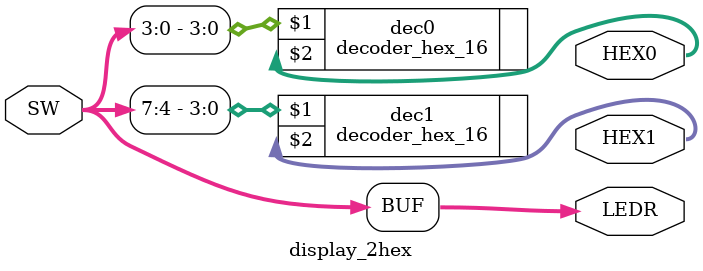
<source format=v>
module display_2hex(
	input [9:0] SW,
	output [0:6] HEX0,
	output [0:6] HEX1,
	output [9:0] LEDR);

	decoder_hex_16 dec0(SW[3:0], HEX0);
	decoder_hex_16 dec1(SW[7:4], HEX1);
	assign LEDR = SW;
	
endmodule
	
</source>
